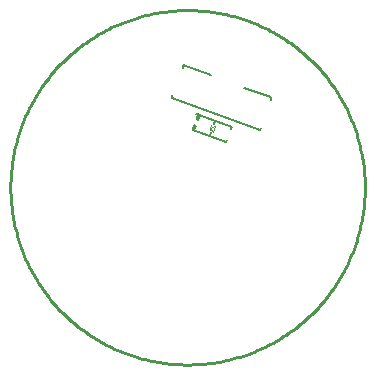
<source format=gbo>
G04*
G04 #@! TF.GenerationSoftware,Altium Limited,Altium Designer,22.0.2 (36)*
G04*
G04 Layer_Color=32896*
%FSLAX25Y25*%
%MOIN*%
G70*
G04*
G04 #@! TF.SameCoordinates,1EF7E0F6-051E-4D54-85AB-B994BD640D93*
G04*
G04*
G04 #@! TF.FilePolarity,Positive*
G04*
G01*
G75*
%ADD11C,0.00787*%
%ADD12C,0.00591*%
%ADD13C,0.01000*%
%ADD38C,0.00394*%
D11*
X3471Y24568D02*
X2684D01*
X3471D01*
X-5320Y29929D02*
X-5064Y30632D01*
X24055Y19238D02*
X24310Y19941D01*
X-5320Y29929D02*
X24055Y19238D01*
X-1671Y39955D02*
X-1415Y40658D01*
X27704Y29263D02*
X27960Y29966D01*
X18822Y33292D02*
X27960Y29966D01*
X-1415Y40658D02*
X7723Y37332D01*
D12*
X2972Y22677D02*
X3441Y22506D01*
X2972Y22677D02*
X3572Y24327D01*
X4042Y24156D01*
X2287Y20798D02*
X2757Y20627D01*
X1687Y19148D02*
X2287Y20798D01*
X1687Y19148D02*
X2157Y18976D01*
X14590Y19512D02*
X14848Y20223D01*
X3661Y24295D02*
X14848Y20223D01*
X3441Y22506D02*
X4042Y24156D01*
X2157Y18976D02*
X2757Y20627D01*
X1776Y19115D02*
X12963Y15043D01*
X13222Y15754D01*
X7325Y17095D02*
X7796Y18390D01*
X8739Y20980D02*
X9210Y22275D01*
D13*
X59055Y0D02*
X59047Y1000D01*
X59021Y2000D01*
X58979Y2999D01*
X58920Y3997D01*
X58843Y4995D01*
X58750Y5991D01*
X58641Y6985D01*
X58514Y7977D01*
X58371Y8967D01*
X58210Y9954D01*
X58033Y10938D01*
X57840Y11919D01*
X57630Y12897D01*
X57403Y13871D01*
X57160Y14841D01*
X56900Y15807D01*
X56624Y16769D01*
X56332Y17725D01*
X56024Y18677D01*
X55700Y19623D01*
X55359Y20563D01*
X55003Y21498D01*
X54631Y22426D01*
X54244Y23348D01*
X53841Y24263D01*
X53422Y25172D01*
X52988Y26073D01*
X52539Y26966D01*
X52075Y27852D01*
X51595Y28730D01*
X51101Y29600D01*
X50593Y30461D01*
X50070Y31313D01*
X49532Y32157D01*
X48981Y32991D01*
X48415Y33816D01*
X47835Y34631D01*
X47242Y35436D01*
X46635Y36231D01*
X46015Y37015D01*
X45381Y37789D01*
X44735Y38552D01*
X44076Y39305D01*
X43404Y40045D01*
X42719Y40775D01*
X42023Y41492D01*
X41314Y42198D01*
X40593Y42892D01*
X39861Y43573D01*
X39118Y44242D01*
X38363Y44898D01*
X37597Y45541D01*
X36820Y46171D01*
X36033Y46788D01*
X35236Y47392D01*
X34428Y47982D01*
X33610Y48558D01*
X32783Y49120D01*
X31947Y49668D01*
X31101Y50202D01*
X30246Y50721D01*
X29383Y51226D01*
X28511Y51717D01*
X27631Y52192D01*
X26744Y52653D01*
X25848Y53098D01*
X24945Y53528D01*
X24035Y53943D01*
X23118Y54342D01*
X22195Y54726D01*
X21264Y55094D01*
X20328Y55446D01*
X19387Y55782D01*
X18439Y56103D01*
X17486Y56407D01*
X16529Y56695D01*
X15566Y56967D01*
X14599Y57222D01*
X13628Y57461D01*
X12653Y57684D01*
X11674Y57890D01*
X10692Y58079D01*
X9707Y58252D01*
X8719Y58408D01*
X7729Y58547D01*
X6736Y58670D01*
X5742Y58775D01*
X4746Y58864D01*
X3748Y58936D01*
X2749Y58991D01*
X1750Y59029D01*
X750Y59050D01*
X-250Y59055D01*
X-1250Y59042D01*
X-2250Y59012D01*
X-3249Y58966D01*
X-4247Y58902D01*
X-5244Y58822D01*
X-6239Y58725D01*
X-7233Y58610D01*
X-8224Y58480D01*
X-9214Y58332D01*
X-10200Y58167D01*
X-11184Y57986D01*
X-12164Y57789D01*
X-13141Y57574D01*
X-14114Y57344D01*
X-15083Y57096D01*
X-16048Y56833D01*
X-17008Y56553D01*
X-17964Y56257D01*
X-18914Y55944D01*
X-19858Y55616D01*
X-20797Y55272D01*
X-21731Y54912D01*
X-22657Y54536D01*
X-23578Y54144D01*
X-24491Y53737D01*
X-25398Y53315D01*
X-26297Y52877D01*
X-27189Y52424D01*
X-28073Y51956D01*
X-28948Y51473D01*
X-29816Y50976D01*
X-30675Y50463D01*
X-31525Y49937D01*
X-32366Y49396D01*
X-33198Y48840D01*
X-34021Y48271D01*
X-34833Y47688D01*
X-35636Y47091D01*
X-36428Y46481D01*
X-37210Y45858D01*
X-37981Y45221D01*
X-38742Y44571D01*
X-39491Y43909D01*
X-40229Y43234D01*
X-40955Y42546D01*
X-41670Y41846D01*
X-42373Y41135D01*
X-43063Y40411D01*
X-43741Y39676D01*
X-44407Y38930D01*
X-45060Y38172D01*
X-45700Y37404D01*
X-46327Y36624D01*
X-46940Y35835D01*
X-47541Y35034D01*
X-48127Y34224D01*
X-48700Y33404D01*
X-49258Y32575D01*
X-49803Y31736D01*
X-50333Y30888D01*
X-50849Y30031D01*
X-51350Y29166D01*
X-51837Y28292D01*
X-52309Y27410D01*
X-52765Y26520D01*
X-53207Y25623D01*
X-53633Y24718D01*
X-54044Y23806D01*
X-54440Y22888D01*
X-54819Y21962D01*
X-55183Y21031D01*
X-55532Y20093D01*
X-55864Y19150D01*
X-56180Y18201D01*
X-56480Y17247D01*
X-56764Y16288D01*
X-57032Y15325D01*
X-57284Y14357D01*
X-57518Y13384D01*
X-57737Y12408D01*
X-57939Y11429D01*
X-58124Y10446D01*
X-58293Y9460D01*
X-58444Y8472D01*
X-58579Y7481D01*
X-58698Y6488D01*
X-58799Y5493D01*
X-58884Y4496D01*
X-58951Y3498D01*
X-59002Y2499D01*
X-59036Y1500D01*
X-59053Y500D01*
X-59053Y-500D01*
X-59036Y-1500D01*
X-59002Y-2500D01*
X-58951Y-3499D01*
X-58884Y-4497D01*
X-58799Y-5493D01*
X-58698Y-6488D01*
X-58579Y-7481D01*
X-58444Y-8472D01*
X-58292Y-9461D01*
X-58124Y-10447D01*
X-57938Y-11429D01*
X-57737Y-12409D01*
X-57518Y-13385D01*
X-57283Y-14357D01*
X-57032Y-15325D01*
X-56764Y-16289D01*
X-56480Y-17248D01*
X-56180Y-18202D01*
X-55864Y-19151D01*
X-55532Y-20094D01*
X-55183Y-21031D01*
X-54819Y-21963D01*
X-54439Y-22888D01*
X-54044Y-23807D01*
X-53633Y-24719D01*
X-53207Y-25623D01*
X-52765Y-26521D01*
X-52308Y-27411D01*
X-51837Y-28292D01*
X-51350Y-29166D01*
X-50849Y-30032D01*
X-50333Y-30889D01*
X-49803Y-31736D01*
X-49258Y-32575D01*
X-48699Y-33405D01*
X-48127Y-34225D01*
X-47540Y-35035D01*
X-46940Y-35835D01*
X-46326Y-36625D01*
X-45700Y-37404D01*
X-45059Y-38173D01*
X-44407Y-38930D01*
X-43741Y-39677D01*
X-43063Y-40412D01*
X-42372Y-41135D01*
X-41669Y-41847D01*
X-40955Y-42546D01*
X-40229Y-43234D01*
X-39491Y-43909D01*
X-38741Y-44572D01*
X-37981Y-45221D01*
X-37210Y-45858D01*
X-36428Y-46481D01*
X-35635Y-47092D01*
X-34833Y-47688D01*
X-34020Y-48272D01*
X-33198Y-48841D01*
X-32366Y-49396D01*
X-31525Y-49937D01*
X-30674Y-50464D01*
X-29816Y-50976D01*
X-28948Y-51473D01*
X-28072Y-51956D01*
X-27188Y-52424D01*
X-26296Y-52877D01*
X-25397Y-53315D01*
X-24491Y-53737D01*
X-23577Y-54145D01*
X-22657Y-54536D01*
X-21730Y-54912D01*
X-20797Y-55272D01*
X-19858Y-55616D01*
X-18913Y-55945D01*
X-17963Y-56257D01*
X-17008Y-56553D01*
X-16048Y-56833D01*
X-15083Y-57097D01*
X-14114Y-57344D01*
X-13141Y-57575D01*
X-12164Y-57789D01*
X-11183Y-57986D01*
X-10200Y-58168D01*
X-9213Y-58332D01*
X-8224Y-58480D01*
X-7232Y-58611D01*
X-6239Y-58725D01*
X-5244Y-58822D01*
X-4247Y-58902D01*
X-3249Y-58966D01*
X-2249Y-59012D01*
X-1250Y-59042D01*
X-250Y-59055D01*
X750Y-59050D01*
X1750Y-59029D01*
X2750Y-58991D01*
X3748Y-58936D01*
X4746Y-58864D01*
X5742Y-58775D01*
X6736Y-58670D01*
X7729Y-58547D01*
X8719Y-58408D01*
X9707Y-58252D01*
X10692Y-58079D01*
X11674Y-57890D01*
X12653Y-57684D01*
X13628Y-57461D01*
X14599Y-57222D01*
X15566Y-56967D01*
X16529Y-56695D01*
X17486Y-56407D01*
X18439Y-56103D01*
X19387Y-55782D01*
X20328Y-55446D01*
X21264Y-55094D01*
X22195Y-54726D01*
X23118Y-54342D01*
X24035Y-53943D01*
X24945Y-53528D01*
X25848Y-53098D01*
X26744Y-52653D01*
X27631Y-52192D01*
X28511Y-51717D01*
X29383Y-51227D01*
X30246Y-50722D01*
X31101Y-50202D01*
X31947Y-49668D01*
X32783Y-49120D01*
X33610Y-48558D01*
X34428Y-47982D01*
X35235Y-47392D01*
X36033Y-46788D01*
X36820Y-46171D01*
X37597Y-45541D01*
X38363Y-44898D01*
X39117Y-44242D01*
X39861Y-43573D01*
X40593Y-42892D01*
X41314Y-42198D01*
X42022Y-41493D01*
X42719Y-40775D01*
X43403Y-40046D01*
X44075Y-39305D01*
X44735Y-38553D01*
X45381Y-37790D01*
X46014Y-37016D01*
X46635Y-36231D01*
X47242Y-35436D01*
X47835Y-34631D01*
X48415Y-33816D01*
X48980Y-32991D01*
X49532Y-32157D01*
X50069Y-31314D01*
X50593Y-30461D01*
X51101Y-29600D01*
X51595Y-28731D01*
X52074Y-27853D01*
X52539Y-26967D01*
X52988Y-26073D01*
X53422Y-25172D01*
X53840Y-24264D01*
X54243Y-23349D01*
X54631Y-22427D01*
X55003Y-21498D01*
X55359Y-20564D01*
X55699Y-19623D01*
X56024Y-18677D01*
X56332Y-17726D01*
X56624Y-16769D01*
X56900Y-15808D01*
X57160Y-14842D01*
X57403Y-13872D01*
X57629Y-12898D01*
X57840Y-11920D01*
X58033Y-10939D01*
X58210Y-9955D01*
X58370Y-8967D01*
X58514Y-7978D01*
X58640Y-6986D01*
X58750Y-5991D01*
X58843Y-4996D01*
X58920Y-3999D01*
X58979Y-3000D01*
X59021Y-2001D01*
X59047Y-1001D01*
X59055Y-1D01*
Y0D01*
D38*
X7620Y19921D02*
X9252Y20374D01*
X8915Y19449D02*
X9252Y20374D01*
X7620Y19921D02*
X7923Y20753D01*
X7317Y19088D02*
X7620Y19921D01*
X8579Y18525D02*
X8915Y19449D01*
X7620Y19921D02*
X8579Y18525D01*
M02*

</source>
